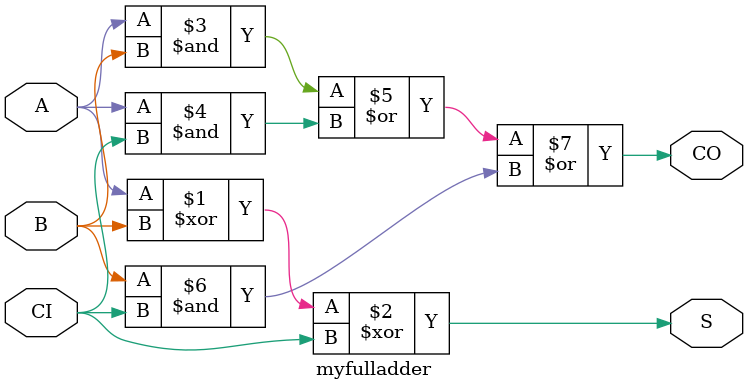
<source format=v>
module myfulladder (A, B, CI, S, CO);
input A,B,CI;
output S,CO;

assign S = ((A^B)^CI);
assign CO = ((A&B)|(A&CI)|(B&CI));

endmodule
</source>
